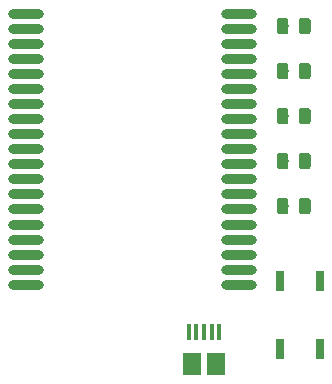
<source format=gbr>
G04 #@! TF.GenerationSoftware,KiCad,Pcbnew,(5.1.4)-1*
G04 #@! TF.CreationDate,2019-09-29T16:50:29-04:00*
G04 #@! TF.ProjectId,espDisp,65737044-6973-4702-9e6b-696361645f70,rev?*
G04 #@! TF.SameCoordinates,Original*
G04 #@! TF.FileFunction,Paste,Bot*
G04 #@! TF.FilePolarity,Positive*
%FSLAX46Y46*%
G04 Gerber Fmt 4.6, Leading zero omitted, Abs format (unit mm)*
G04 Created by KiCad (PCBNEW (5.1.4)-1) date 2019-09-29 16:50:29*
%MOMM*%
%LPD*%
G04 APERTURE LIST*
%ADD10R,0.800000X1.700000*%
%ADD11R,1.500000X1.900000*%
%ADD12R,0.400000X1.350000*%
%ADD13O,3.000000X0.900000*%
%ADD14C,0.100000*%
%ADD15C,0.975000*%
G04 APERTURE END LIST*
D10*
X85500000Y-57150000D03*
X88900000Y-57150000D03*
D11*
X78105000Y-64135000D03*
D12*
X79755000Y-61435000D03*
X80405000Y-61435000D03*
X77805000Y-61435000D03*
X78455000Y-61435000D03*
X79105000Y-61435000D03*
D11*
X80105000Y-64135000D03*
D10*
X88900000Y-62865000D03*
X85500000Y-62865000D03*
D13*
X63995000Y-34565000D03*
X63995000Y-35835000D03*
X63995000Y-37105000D03*
X63995000Y-38375000D03*
X63995000Y-39645000D03*
X63995000Y-40915000D03*
X63995000Y-42185000D03*
X63995000Y-43455000D03*
X63995000Y-44725000D03*
X63995000Y-45995000D03*
X63995000Y-47265000D03*
X63995000Y-48535000D03*
X63995000Y-49805000D03*
X63995000Y-51075000D03*
X64025000Y-52375000D03*
X64025000Y-53645000D03*
X64025000Y-54915000D03*
X64025000Y-56185000D03*
X64025000Y-57455000D03*
X82025000Y-57455000D03*
X82025000Y-56185000D03*
X82025000Y-54915000D03*
X82025000Y-53645000D03*
X82025000Y-52375000D03*
X82025000Y-51075000D03*
X82025000Y-49805000D03*
X82025000Y-48535000D03*
X82025000Y-47265000D03*
X82025000Y-45995000D03*
X82025000Y-44725000D03*
X82025000Y-43455000D03*
X82025000Y-42185000D03*
X82025000Y-40915000D03*
X82025000Y-39645000D03*
X82025000Y-38375000D03*
X82025000Y-37105000D03*
X82025000Y-35835000D03*
X82025000Y-34565000D03*
D14*
G36*
X87897142Y-34861174D02*
G01*
X87920803Y-34864684D01*
X87944007Y-34870496D01*
X87966529Y-34878554D01*
X87988153Y-34888782D01*
X88008670Y-34901079D01*
X88027883Y-34915329D01*
X88045607Y-34931393D01*
X88061671Y-34949117D01*
X88075921Y-34968330D01*
X88088218Y-34988847D01*
X88098446Y-35010471D01*
X88106504Y-35032993D01*
X88112316Y-35056197D01*
X88115826Y-35079858D01*
X88117000Y-35103750D01*
X88117000Y-36016250D01*
X88115826Y-36040142D01*
X88112316Y-36063803D01*
X88106504Y-36087007D01*
X88098446Y-36109529D01*
X88088218Y-36131153D01*
X88075921Y-36151670D01*
X88061671Y-36170883D01*
X88045607Y-36188607D01*
X88027883Y-36204671D01*
X88008670Y-36218921D01*
X87988153Y-36231218D01*
X87966529Y-36241446D01*
X87944007Y-36249504D01*
X87920803Y-36255316D01*
X87897142Y-36258826D01*
X87873250Y-36260000D01*
X87385750Y-36260000D01*
X87361858Y-36258826D01*
X87338197Y-36255316D01*
X87314993Y-36249504D01*
X87292471Y-36241446D01*
X87270847Y-36231218D01*
X87250330Y-36218921D01*
X87231117Y-36204671D01*
X87213393Y-36188607D01*
X87197329Y-36170883D01*
X87183079Y-36151670D01*
X87170782Y-36131153D01*
X87160554Y-36109529D01*
X87152496Y-36087007D01*
X87146684Y-36063803D01*
X87143174Y-36040142D01*
X87142000Y-36016250D01*
X87142000Y-35103750D01*
X87143174Y-35079858D01*
X87146684Y-35056197D01*
X87152496Y-35032993D01*
X87160554Y-35010471D01*
X87170782Y-34988847D01*
X87183079Y-34968330D01*
X87197329Y-34949117D01*
X87213393Y-34931393D01*
X87231117Y-34915329D01*
X87250330Y-34901079D01*
X87270847Y-34888782D01*
X87292471Y-34878554D01*
X87314993Y-34870496D01*
X87338197Y-34864684D01*
X87361858Y-34861174D01*
X87385750Y-34860000D01*
X87873250Y-34860000D01*
X87897142Y-34861174D01*
X87897142Y-34861174D01*
G37*
D15*
X87629500Y-35560000D03*
D14*
G36*
X86022142Y-34861174D02*
G01*
X86045803Y-34864684D01*
X86069007Y-34870496D01*
X86091529Y-34878554D01*
X86113153Y-34888782D01*
X86133670Y-34901079D01*
X86152883Y-34915329D01*
X86170607Y-34931393D01*
X86186671Y-34949117D01*
X86200921Y-34968330D01*
X86213218Y-34988847D01*
X86223446Y-35010471D01*
X86231504Y-35032993D01*
X86237316Y-35056197D01*
X86240826Y-35079858D01*
X86242000Y-35103750D01*
X86242000Y-36016250D01*
X86240826Y-36040142D01*
X86237316Y-36063803D01*
X86231504Y-36087007D01*
X86223446Y-36109529D01*
X86213218Y-36131153D01*
X86200921Y-36151670D01*
X86186671Y-36170883D01*
X86170607Y-36188607D01*
X86152883Y-36204671D01*
X86133670Y-36218921D01*
X86113153Y-36231218D01*
X86091529Y-36241446D01*
X86069007Y-36249504D01*
X86045803Y-36255316D01*
X86022142Y-36258826D01*
X85998250Y-36260000D01*
X85510750Y-36260000D01*
X85486858Y-36258826D01*
X85463197Y-36255316D01*
X85439993Y-36249504D01*
X85417471Y-36241446D01*
X85395847Y-36231218D01*
X85375330Y-36218921D01*
X85356117Y-36204671D01*
X85338393Y-36188607D01*
X85322329Y-36170883D01*
X85308079Y-36151670D01*
X85295782Y-36131153D01*
X85285554Y-36109529D01*
X85277496Y-36087007D01*
X85271684Y-36063803D01*
X85268174Y-36040142D01*
X85267000Y-36016250D01*
X85267000Y-35103750D01*
X85268174Y-35079858D01*
X85271684Y-35056197D01*
X85277496Y-35032993D01*
X85285554Y-35010471D01*
X85295782Y-34988847D01*
X85308079Y-34968330D01*
X85322329Y-34949117D01*
X85338393Y-34931393D01*
X85356117Y-34915329D01*
X85375330Y-34901079D01*
X85395847Y-34888782D01*
X85417471Y-34878554D01*
X85439993Y-34870496D01*
X85463197Y-34864684D01*
X85486858Y-34861174D01*
X85510750Y-34860000D01*
X85998250Y-34860000D01*
X86022142Y-34861174D01*
X86022142Y-34861174D01*
G37*
D15*
X85754500Y-35560000D03*
D14*
G36*
X86022142Y-38671174D02*
G01*
X86045803Y-38674684D01*
X86069007Y-38680496D01*
X86091529Y-38688554D01*
X86113153Y-38698782D01*
X86133670Y-38711079D01*
X86152883Y-38725329D01*
X86170607Y-38741393D01*
X86186671Y-38759117D01*
X86200921Y-38778330D01*
X86213218Y-38798847D01*
X86223446Y-38820471D01*
X86231504Y-38842993D01*
X86237316Y-38866197D01*
X86240826Y-38889858D01*
X86242000Y-38913750D01*
X86242000Y-39826250D01*
X86240826Y-39850142D01*
X86237316Y-39873803D01*
X86231504Y-39897007D01*
X86223446Y-39919529D01*
X86213218Y-39941153D01*
X86200921Y-39961670D01*
X86186671Y-39980883D01*
X86170607Y-39998607D01*
X86152883Y-40014671D01*
X86133670Y-40028921D01*
X86113153Y-40041218D01*
X86091529Y-40051446D01*
X86069007Y-40059504D01*
X86045803Y-40065316D01*
X86022142Y-40068826D01*
X85998250Y-40070000D01*
X85510750Y-40070000D01*
X85486858Y-40068826D01*
X85463197Y-40065316D01*
X85439993Y-40059504D01*
X85417471Y-40051446D01*
X85395847Y-40041218D01*
X85375330Y-40028921D01*
X85356117Y-40014671D01*
X85338393Y-39998607D01*
X85322329Y-39980883D01*
X85308079Y-39961670D01*
X85295782Y-39941153D01*
X85285554Y-39919529D01*
X85277496Y-39897007D01*
X85271684Y-39873803D01*
X85268174Y-39850142D01*
X85267000Y-39826250D01*
X85267000Y-38913750D01*
X85268174Y-38889858D01*
X85271684Y-38866197D01*
X85277496Y-38842993D01*
X85285554Y-38820471D01*
X85295782Y-38798847D01*
X85308079Y-38778330D01*
X85322329Y-38759117D01*
X85338393Y-38741393D01*
X85356117Y-38725329D01*
X85375330Y-38711079D01*
X85395847Y-38698782D01*
X85417471Y-38688554D01*
X85439993Y-38680496D01*
X85463197Y-38674684D01*
X85486858Y-38671174D01*
X85510750Y-38670000D01*
X85998250Y-38670000D01*
X86022142Y-38671174D01*
X86022142Y-38671174D01*
G37*
D15*
X85754500Y-39370000D03*
D14*
G36*
X87897142Y-38671174D02*
G01*
X87920803Y-38674684D01*
X87944007Y-38680496D01*
X87966529Y-38688554D01*
X87988153Y-38698782D01*
X88008670Y-38711079D01*
X88027883Y-38725329D01*
X88045607Y-38741393D01*
X88061671Y-38759117D01*
X88075921Y-38778330D01*
X88088218Y-38798847D01*
X88098446Y-38820471D01*
X88106504Y-38842993D01*
X88112316Y-38866197D01*
X88115826Y-38889858D01*
X88117000Y-38913750D01*
X88117000Y-39826250D01*
X88115826Y-39850142D01*
X88112316Y-39873803D01*
X88106504Y-39897007D01*
X88098446Y-39919529D01*
X88088218Y-39941153D01*
X88075921Y-39961670D01*
X88061671Y-39980883D01*
X88045607Y-39998607D01*
X88027883Y-40014671D01*
X88008670Y-40028921D01*
X87988153Y-40041218D01*
X87966529Y-40051446D01*
X87944007Y-40059504D01*
X87920803Y-40065316D01*
X87897142Y-40068826D01*
X87873250Y-40070000D01*
X87385750Y-40070000D01*
X87361858Y-40068826D01*
X87338197Y-40065316D01*
X87314993Y-40059504D01*
X87292471Y-40051446D01*
X87270847Y-40041218D01*
X87250330Y-40028921D01*
X87231117Y-40014671D01*
X87213393Y-39998607D01*
X87197329Y-39980883D01*
X87183079Y-39961670D01*
X87170782Y-39941153D01*
X87160554Y-39919529D01*
X87152496Y-39897007D01*
X87146684Y-39873803D01*
X87143174Y-39850142D01*
X87142000Y-39826250D01*
X87142000Y-38913750D01*
X87143174Y-38889858D01*
X87146684Y-38866197D01*
X87152496Y-38842993D01*
X87160554Y-38820471D01*
X87170782Y-38798847D01*
X87183079Y-38778330D01*
X87197329Y-38759117D01*
X87213393Y-38741393D01*
X87231117Y-38725329D01*
X87250330Y-38711079D01*
X87270847Y-38698782D01*
X87292471Y-38688554D01*
X87314993Y-38680496D01*
X87338197Y-38674684D01*
X87361858Y-38671174D01*
X87385750Y-38670000D01*
X87873250Y-38670000D01*
X87897142Y-38671174D01*
X87897142Y-38671174D01*
G37*
D15*
X87629500Y-39370000D03*
D14*
G36*
X87897142Y-42481174D02*
G01*
X87920803Y-42484684D01*
X87944007Y-42490496D01*
X87966529Y-42498554D01*
X87988153Y-42508782D01*
X88008670Y-42521079D01*
X88027883Y-42535329D01*
X88045607Y-42551393D01*
X88061671Y-42569117D01*
X88075921Y-42588330D01*
X88088218Y-42608847D01*
X88098446Y-42630471D01*
X88106504Y-42652993D01*
X88112316Y-42676197D01*
X88115826Y-42699858D01*
X88117000Y-42723750D01*
X88117000Y-43636250D01*
X88115826Y-43660142D01*
X88112316Y-43683803D01*
X88106504Y-43707007D01*
X88098446Y-43729529D01*
X88088218Y-43751153D01*
X88075921Y-43771670D01*
X88061671Y-43790883D01*
X88045607Y-43808607D01*
X88027883Y-43824671D01*
X88008670Y-43838921D01*
X87988153Y-43851218D01*
X87966529Y-43861446D01*
X87944007Y-43869504D01*
X87920803Y-43875316D01*
X87897142Y-43878826D01*
X87873250Y-43880000D01*
X87385750Y-43880000D01*
X87361858Y-43878826D01*
X87338197Y-43875316D01*
X87314993Y-43869504D01*
X87292471Y-43861446D01*
X87270847Y-43851218D01*
X87250330Y-43838921D01*
X87231117Y-43824671D01*
X87213393Y-43808607D01*
X87197329Y-43790883D01*
X87183079Y-43771670D01*
X87170782Y-43751153D01*
X87160554Y-43729529D01*
X87152496Y-43707007D01*
X87146684Y-43683803D01*
X87143174Y-43660142D01*
X87142000Y-43636250D01*
X87142000Y-42723750D01*
X87143174Y-42699858D01*
X87146684Y-42676197D01*
X87152496Y-42652993D01*
X87160554Y-42630471D01*
X87170782Y-42608847D01*
X87183079Y-42588330D01*
X87197329Y-42569117D01*
X87213393Y-42551393D01*
X87231117Y-42535329D01*
X87250330Y-42521079D01*
X87270847Y-42508782D01*
X87292471Y-42498554D01*
X87314993Y-42490496D01*
X87338197Y-42484684D01*
X87361858Y-42481174D01*
X87385750Y-42480000D01*
X87873250Y-42480000D01*
X87897142Y-42481174D01*
X87897142Y-42481174D01*
G37*
D15*
X87629500Y-43180000D03*
D14*
G36*
X86022142Y-42481174D02*
G01*
X86045803Y-42484684D01*
X86069007Y-42490496D01*
X86091529Y-42498554D01*
X86113153Y-42508782D01*
X86133670Y-42521079D01*
X86152883Y-42535329D01*
X86170607Y-42551393D01*
X86186671Y-42569117D01*
X86200921Y-42588330D01*
X86213218Y-42608847D01*
X86223446Y-42630471D01*
X86231504Y-42652993D01*
X86237316Y-42676197D01*
X86240826Y-42699858D01*
X86242000Y-42723750D01*
X86242000Y-43636250D01*
X86240826Y-43660142D01*
X86237316Y-43683803D01*
X86231504Y-43707007D01*
X86223446Y-43729529D01*
X86213218Y-43751153D01*
X86200921Y-43771670D01*
X86186671Y-43790883D01*
X86170607Y-43808607D01*
X86152883Y-43824671D01*
X86133670Y-43838921D01*
X86113153Y-43851218D01*
X86091529Y-43861446D01*
X86069007Y-43869504D01*
X86045803Y-43875316D01*
X86022142Y-43878826D01*
X85998250Y-43880000D01*
X85510750Y-43880000D01*
X85486858Y-43878826D01*
X85463197Y-43875316D01*
X85439993Y-43869504D01*
X85417471Y-43861446D01*
X85395847Y-43851218D01*
X85375330Y-43838921D01*
X85356117Y-43824671D01*
X85338393Y-43808607D01*
X85322329Y-43790883D01*
X85308079Y-43771670D01*
X85295782Y-43751153D01*
X85285554Y-43729529D01*
X85277496Y-43707007D01*
X85271684Y-43683803D01*
X85268174Y-43660142D01*
X85267000Y-43636250D01*
X85267000Y-42723750D01*
X85268174Y-42699858D01*
X85271684Y-42676197D01*
X85277496Y-42652993D01*
X85285554Y-42630471D01*
X85295782Y-42608847D01*
X85308079Y-42588330D01*
X85322329Y-42569117D01*
X85338393Y-42551393D01*
X85356117Y-42535329D01*
X85375330Y-42521079D01*
X85395847Y-42508782D01*
X85417471Y-42498554D01*
X85439993Y-42490496D01*
X85463197Y-42484684D01*
X85486858Y-42481174D01*
X85510750Y-42480000D01*
X85998250Y-42480000D01*
X86022142Y-42481174D01*
X86022142Y-42481174D01*
G37*
D15*
X85754500Y-43180000D03*
D14*
G36*
X87897142Y-46291174D02*
G01*
X87920803Y-46294684D01*
X87944007Y-46300496D01*
X87966529Y-46308554D01*
X87988153Y-46318782D01*
X88008670Y-46331079D01*
X88027883Y-46345329D01*
X88045607Y-46361393D01*
X88061671Y-46379117D01*
X88075921Y-46398330D01*
X88088218Y-46418847D01*
X88098446Y-46440471D01*
X88106504Y-46462993D01*
X88112316Y-46486197D01*
X88115826Y-46509858D01*
X88117000Y-46533750D01*
X88117000Y-47446250D01*
X88115826Y-47470142D01*
X88112316Y-47493803D01*
X88106504Y-47517007D01*
X88098446Y-47539529D01*
X88088218Y-47561153D01*
X88075921Y-47581670D01*
X88061671Y-47600883D01*
X88045607Y-47618607D01*
X88027883Y-47634671D01*
X88008670Y-47648921D01*
X87988153Y-47661218D01*
X87966529Y-47671446D01*
X87944007Y-47679504D01*
X87920803Y-47685316D01*
X87897142Y-47688826D01*
X87873250Y-47690000D01*
X87385750Y-47690000D01*
X87361858Y-47688826D01*
X87338197Y-47685316D01*
X87314993Y-47679504D01*
X87292471Y-47671446D01*
X87270847Y-47661218D01*
X87250330Y-47648921D01*
X87231117Y-47634671D01*
X87213393Y-47618607D01*
X87197329Y-47600883D01*
X87183079Y-47581670D01*
X87170782Y-47561153D01*
X87160554Y-47539529D01*
X87152496Y-47517007D01*
X87146684Y-47493803D01*
X87143174Y-47470142D01*
X87142000Y-47446250D01*
X87142000Y-46533750D01*
X87143174Y-46509858D01*
X87146684Y-46486197D01*
X87152496Y-46462993D01*
X87160554Y-46440471D01*
X87170782Y-46418847D01*
X87183079Y-46398330D01*
X87197329Y-46379117D01*
X87213393Y-46361393D01*
X87231117Y-46345329D01*
X87250330Y-46331079D01*
X87270847Y-46318782D01*
X87292471Y-46308554D01*
X87314993Y-46300496D01*
X87338197Y-46294684D01*
X87361858Y-46291174D01*
X87385750Y-46290000D01*
X87873250Y-46290000D01*
X87897142Y-46291174D01*
X87897142Y-46291174D01*
G37*
D15*
X87629500Y-46990000D03*
D14*
G36*
X86022142Y-46291174D02*
G01*
X86045803Y-46294684D01*
X86069007Y-46300496D01*
X86091529Y-46308554D01*
X86113153Y-46318782D01*
X86133670Y-46331079D01*
X86152883Y-46345329D01*
X86170607Y-46361393D01*
X86186671Y-46379117D01*
X86200921Y-46398330D01*
X86213218Y-46418847D01*
X86223446Y-46440471D01*
X86231504Y-46462993D01*
X86237316Y-46486197D01*
X86240826Y-46509858D01*
X86242000Y-46533750D01*
X86242000Y-47446250D01*
X86240826Y-47470142D01*
X86237316Y-47493803D01*
X86231504Y-47517007D01*
X86223446Y-47539529D01*
X86213218Y-47561153D01*
X86200921Y-47581670D01*
X86186671Y-47600883D01*
X86170607Y-47618607D01*
X86152883Y-47634671D01*
X86133670Y-47648921D01*
X86113153Y-47661218D01*
X86091529Y-47671446D01*
X86069007Y-47679504D01*
X86045803Y-47685316D01*
X86022142Y-47688826D01*
X85998250Y-47690000D01*
X85510750Y-47690000D01*
X85486858Y-47688826D01*
X85463197Y-47685316D01*
X85439993Y-47679504D01*
X85417471Y-47671446D01*
X85395847Y-47661218D01*
X85375330Y-47648921D01*
X85356117Y-47634671D01*
X85338393Y-47618607D01*
X85322329Y-47600883D01*
X85308079Y-47581670D01*
X85295782Y-47561153D01*
X85285554Y-47539529D01*
X85277496Y-47517007D01*
X85271684Y-47493803D01*
X85268174Y-47470142D01*
X85267000Y-47446250D01*
X85267000Y-46533750D01*
X85268174Y-46509858D01*
X85271684Y-46486197D01*
X85277496Y-46462993D01*
X85285554Y-46440471D01*
X85295782Y-46418847D01*
X85308079Y-46398330D01*
X85322329Y-46379117D01*
X85338393Y-46361393D01*
X85356117Y-46345329D01*
X85375330Y-46331079D01*
X85395847Y-46318782D01*
X85417471Y-46308554D01*
X85439993Y-46300496D01*
X85463197Y-46294684D01*
X85486858Y-46291174D01*
X85510750Y-46290000D01*
X85998250Y-46290000D01*
X86022142Y-46291174D01*
X86022142Y-46291174D01*
G37*
D15*
X85754500Y-46990000D03*
D14*
G36*
X86022142Y-50101174D02*
G01*
X86045803Y-50104684D01*
X86069007Y-50110496D01*
X86091529Y-50118554D01*
X86113153Y-50128782D01*
X86133670Y-50141079D01*
X86152883Y-50155329D01*
X86170607Y-50171393D01*
X86186671Y-50189117D01*
X86200921Y-50208330D01*
X86213218Y-50228847D01*
X86223446Y-50250471D01*
X86231504Y-50272993D01*
X86237316Y-50296197D01*
X86240826Y-50319858D01*
X86242000Y-50343750D01*
X86242000Y-51256250D01*
X86240826Y-51280142D01*
X86237316Y-51303803D01*
X86231504Y-51327007D01*
X86223446Y-51349529D01*
X86213218Y-51371153D01*
X86200921Y-51391670D01*
X86186671Y-51410883D01*
X86170607Y-51428607D01*
X86152883Y-51444671D01*
X86133670Y-51458921D01*
X86113153Y-51471218D01*
X86091529Y-51481446D01*
X86069007Y-51489504D01*
X86045803Y-51495316D01*
X86022142Y-51498826D01*
X85998250Y-51500000D01*
X85510750Y-51500000D01*
X85486858Y-51498826D01*
X85463197Y-51495316D01*
X85439993Y-51489504D01*
X85417471Y-51481446D01*
X85395847Y-51471218D01*
X85375330Y-51458921D01*
X85356117Y-51444671D01*
X85338393Y-51428607D01*
X85322329Y-51410883D01*
X85308079Y-51391670D01*
X85295782Y-51371153D01*
X85285554Y-51349529D01*
X85277496Y-51327007D01*
X85271684Y-51303803D01*
X85268174Y-51280142D01*
X85267000Y-51256250D01*
X85267000Y-50343750D01*
X85268174Y-50319858D01*
X85271684Y-50296197D01*
X85277496Y-50272993D01*
X85285554Y-50250471D01*
X85295782Y-50228847D01*
X85308079Y-50208330D01*
X85322329Y-50189117D01*
X85338393Y-50171393D01*
X85356117Y-50155329D01*
X85375330Y-50141079D01*
X85395847Y-50128782D01*
X85417471Y-50118554D01*
X85439993Y-50110496D01*
X85463197Y-50104684D01*
X85486858Y-50101174D01*
X85510750Y-50100000D01*
X85998250Y-50100000D01*
X86022142Y-50101174D01*
X86022142Y-50101174D01*
G37*
D15*
X85754500Y-50800000D03*
D14*
G36*
X87897142Y-50101174D02*
G01*
X87920803Y-50104684D01*
X87944007Y-50110496D01*
X87966529Y-50118554D01*
X87988153Y-50128782D01*
X88008670Y-50141079D01*
X88027883Y-50155329D01*
X88045607Y-50171393D01*
X88061671Y-50189117D01*
X88075921Y-50208330D01*
X88088218Y-50228847D01*
X88098446Y-50250471D01*
X88106504Y-50272993D01*
X88112316Y-50296197D01*
X88115826Y-50319858D01*
X88117000Y-50343750D01*
X88117000Y-51256250D01*
X88115826Y-51280142D01*
X88112316Y-51303803D01*
X88106504Y-51327007D01*
X88098446Y-51349529D01*
X88088218Y-51371153D01*
X88075921Y-51391670D01*
X88061671Y-51410883D01*
X88045607Y-51428607D01*
X88027883Y-51444671D01*
X88008670Y-51458921D01*
X87988153Y-51471218D01*
X87966529Y-51481446D01*
X87944007Y-51489504D01*
X87920803Y-51495316D01*
X87897142Y-51498826D01*
X87873250Y-51500000D01*
X87385750Y-51500000D01*
X87361858Y-51498826D01*
X87338197Y-51495316D01*
X87314993Y-51489504D01*
X87292471Y-51481446D01*
X87270847Y-51471218D01*
X87250330Y-51458921D01*
X87231117Y-51444671D01*
X87213393Y-51428607D01*
X87197329Y-51410883D01*
X87183079Y-51391670D01*
X87170782Y-51371153D01*
X87160554Y-51349529D01*
X87152496Y-51327007D01*
X87146684Y-51303803D01*
X87143174Y-51280142D01*
X87142000Y-51256250D01*
X87142000Y-50343750D01*
X87143174Y-50319858D01*
X87146684Y-50296197D01*
X87152496Y-50272993D01*
X87160554Y-50250471D01*
X87170782Y-50228847D01*
X87183079Y-50208330D01*
X87197329Y-50189117D01*
X87213393Y-50171393D01*
X87231117Y-50155329D01*
X87250330Y-50141079D01*
X87270847Y-50128782D01*
X87292471Y-50118554D01*
X87314993Y-50110496D01*
X87338197Y-50104684D01*
X87361858Y-50101174D01*
X87385750Y-50100000D01*
X87873250Y-50100000D01*
X87897142Y-50101174D01*
X87897142Y-50101174D01*
G37*
D15*
X87629500Y-50800000D03*
M02*

</source>
